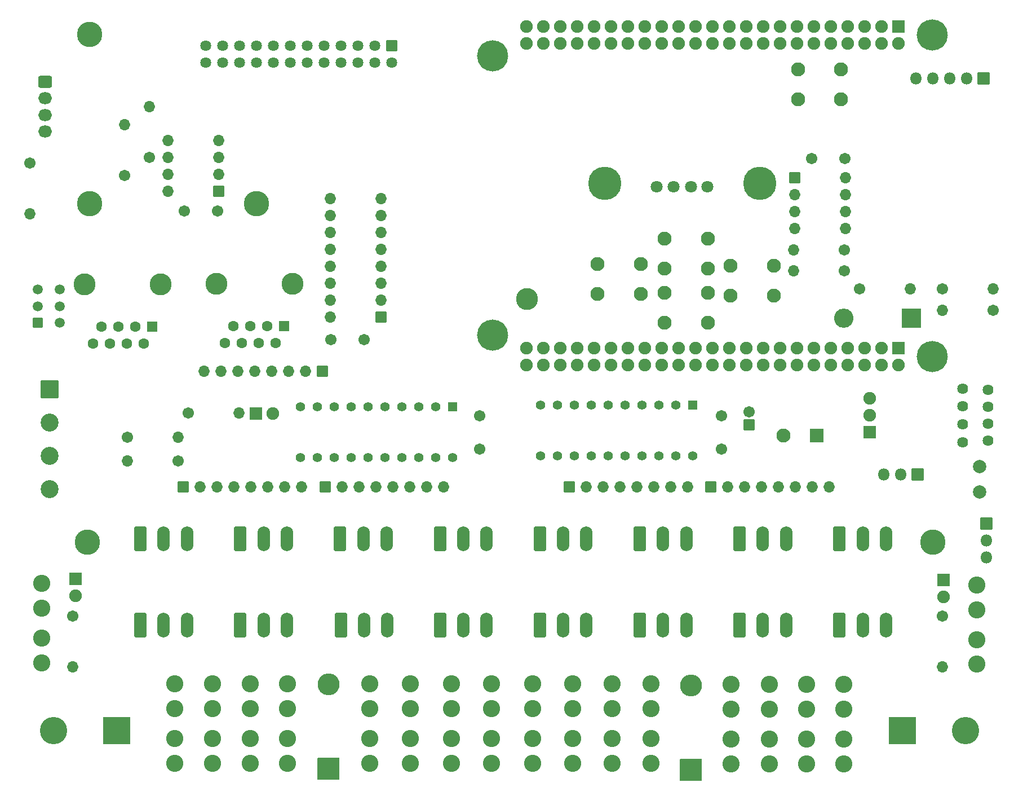
<source format=gbr>
%TF.GenerationSoftware,KiCad,Pcbnew,(6.0.7)*%
%TF.CreationDate,2022-08-24T09:28:26-04:00*%
%TF.ProjectId,BBB_16,4242425f-3136-42e6-9b69-6361645f7063,v2.2*%
%TF.SameCoordinates,Original*%
%TF.FileFunction,Soldermask,Bot*%
%TF.FilePolarity,Negative*%
%FSLAX46Y46*%
G04 Gerber Fmt 4.6, Leading zero omitted, Abs format (unit mm)*
G04 Created by KiCad (PCBNEW (6.0.7)) date 2022-08-24 09:28:26*
%MOMM*%
%LPD*%
G01*
G04 APERTURE LIST*
G04 Aperture macros list*
%AMRoundRect*
0 Rectangle with rounded corners*
0 $1 Rounding radius*
0 $2 $3 $4 $5 $6 $7 $8 $9 X,Y pos of 4 corners*
0 Add a 4 corners polygon primitive as box body*
4,1,4,$2,$3,$4,$5,$6,$7,$8,$9,$2,$3,0*
0 Add four circle primitives for the rounded corners*
1,1,$1+$1,$2,$3*
1,1,$1+$1,$4,$5*
1,1,$1+$1,$6,$7*
1,1,$1+$1,$8,$9*
0 Add four rect primitives between the rounded corners*
20,1,$1+$1,$2,$3,$4,$5,0*
20,1,$1+$1,$4,$5,$6,$7,0*
20,1,$1+$1,$6,$7,$8,$9,0*
20,1,$1+$1,$8,$9,$2,$3,0*%
G04 Aperture macros list end*
%ADD10C,1.702000*%
%ADD11C,2.577000*%
%ADD12RoundRect,0.301000X-0.650000X-1.550000X0.650000X-1.550000X0.650000X1.550000X-0.650000X1.550000X0*%
%ADD13O,1.902000X3.702000*%
%ADD14RoundRect,0.051000X1.600000X-1.600000X1.600000X1.600000X-1.600000X1.600000X-1.600000X-1.600000X0*%
%ADD15O,3.302000X3.302000*%
%ADD16RoundRect,0.051000X-0.800000X-0.800000X0.800000X-0.800000X0.800000X0.800000X-0.800000X0.800000X0*%
%ADD17O,1.702000X1.702000*%
%ADD18RoundRect,0.051000X-0.850000X0.850000X-0.850000X-0.850000X0.850000X-0.850000X0.850000X0.850000X0*%
%ADD19O,1.802000X1.802000*%
%ADD20C,3.802000*%
%ADD21C,5.000000*%
%ADD22C,1.802000*%
%ADD23RoundRect,0.051000X-0.900000X0.900000X-0.900000X-0.900000X0.900000X-0.900000X0.900000X0.900000X0*%
%ADD24C,1.902000*%
%ADD25RoundRect,0.051000X-0.900000X-0.900000X0.900000X-0.900000X0.900000X0.900000X-0.900000X0.900000X0*%
%ADD26RoundRect,0.051000X1.400000X1.400000X-1.400000X1.400000X-1.400000X-1.400000X1.400000X-1.400000X0*%
%ADD27O,2.902000X2.902000*%
%ADD28C,2.102000*%
%ADD29RoundRect,0.051000X-0.647700X0.647700X-0.647700X-0.647700X0.647700X-0.647700X0.647700X0.647700X0*%
%ADD30C,1.397400*%
%ADD31RoundRect,0.051000X0.800000X0.800000X-0.800000X0.800000X-0.800000X-0.800000X0.800000X-0.800000X0*%
%ADD32C,3.302000*%
%ADD33RoundRect,0.051000X0.750000X0.750000X-0.750000X0.750000X-0.750000X-0.750000X0.750000X-0.750000X0*%
%ADD34C,1.602000*%
%ADD35RoundRect,0.051000X2.000000X2.000000X-2.000000X2.000000X-2.000000X-2.000000X2.000000X-2.000000X0*%
%ADD36C,4.102000*%
%ADD37RoundRect,0.051000X-2.000000X-2.000000X2.000000X-2.000000X2.000000X2.000000X-2.000000X2.000000X0*%
%ADD38RoundRect,0.051000X0.765000X0.765000X-0.765000X0.765000X-0.765000X-0.765000X0.765000X-0.765000X0*%
%ADD39C,1.632000*%
%ADD40C,4.674000*%
%ADD41RoundRect,0.301000X-0.725000X0.600000X-0.725000X-0.600000X0.725000X-0.600000X0.725000X0.600000X0*%
%ADD42O,2.052000X1.802000*%
%ADD43C,2.006000*%
%ADD44RoundRect,0.051000X-0.850000X-0.850000X0.850000X-0.850000X0.850000X0.850000X-0.850000X0.850000X0*%
%ADD45RoundRect,0.051000X-1.300000X1.300000X-1.300000X-1.300000X1.300000X-1.300000X1.300000X1.300000X0*%
%ADD46C,2.702000*%
%ADD47RoundRect,0.051000X0.700000X-0.700000X0.700000X0.700000X-0.700000X0.700000X-0.700000X-0.700000X0*%
%ADD48C,1.502000*%
%ADD49RoundRect,0.051000X0.800000X-0.800000X0.800000X0.800000X-0.800000X0.800000X-0.800000X-0.800000X0*%
%ADD50RoundRect,0.051000X1.000000X1.000000X-1.000000X1.000000X-1.000000X-1.000000X1.000000X-1.000000X0*%
%ADD51C,1.626000*%
G04 APERTURE END LIST*
D10*
%TO.C,C4*%
X-61076200Y26479700D03*
X-61076200Y31479700D03*
%TD*%
D11*
%TO.C,F18*%
X-126834600Y-5635100D03*
X-126834600Y-1935100D03*
X-126834600Y2564900D03*
X-126834600Y6264900D03*
%TD*%
D12*
%TO.C,J2*%
X-112017200Y3500D03*
D13*
X-108517200Y3500D03*
X-105017200Y3500D03*
%TD*%
D12*
%TO.C,J5*%
X-82017200Y13003500D03*
D13*
X-78517200Y13003500D03*
X-75017200Y13003500D03*
%TD*%
D12*
%TO.C,J6*%
X-81902858Y3500D03*
D13*
X-78402858Y3500D03*
X-74902858Y3500D03*
%TD*%
D12*
%TO.C,J7*%
X-67017200Y13003500D03*
D13*
X-63517200Y13003500D03*
X-60017200Y13003500D03*
%TD*%
D12*
%TO.C,J8*%
X-67017200Y3500D03*
D13*
X-63517200Y3500D03*
X-60017200Y3500D03*
%TD*%
D12*
%TO.C,J9*%
X-52017200Y13003500D03*
D13*
X-48517200Y13003500D03*
X-45017200Y13003500D03*
%TD*%
D12*
%TO.C,J10*%
X-52017200Y3500D03*
D13*
X-48517200Y3500D03*
X-45017200Y3500D03*
%TD*%
D12*
%TO.C,J11*%
X-37017200Y13003500D03*
D13*
X-33517200Y13003500D03*
X-30017200Y13003500D03*
%TD*%
D12*
%TO.C,J12*%
X-37017200Y3500D03*
D13*
X-33517200Y3500D03*
X-30017200Y3500D03*
%TD*%
D12*
%TO.C,J13*%
X-22017200Y13003500D03*
D13*
X-18517200Y13003500D03*
X-15017200Y13003500D03*
%TD*%
D12*
%TO.C,J14*%
X-22017200Y3500D03*
D13*
X-18517200Y3500D03*
X-15017200Y3500D03*
%TD*%
D12*
%TO.C,J15*%
X-7017200Y13003500D03*
D13*
X-3517200Y13003500D03*
X-17200Y13003500D03*
%TD*%
D12*
%TO.C,J16*%
X-7017200Y3500D03*
D13*
X-3517200Y3500D03*
X-17200Y3500D03*
%TD*%
D11*
%TO.C,F1*%
X-106894600Y-20685100D03*
X-106894600Y-16985100D03*
X-106894600Y-12485100D03*
X-106894600Y-8785100D03*
%TD*%
%TO.C,F7*%
X-65324600Y-20695100D03*
X-65324600Y-16995100D03*
X-65324600Y-12495100D03*
X-65324600Y-8795100D03*
%TD*%
%TO.C,F14*%
X-17564100Y-20760100D03*
X-17564100Y-17060100D03*
X-17564100Y-12560100D03*
X-17564100Y-8860100D03*
%TD*%
D14*
%TO.C,D2*%
X-29269600Y-21701500D03*
D15*
X-29269600Y-9001500D03*
%TD*%
D10*
%TO.C,C3*%
X-24754200Y26479700D03*
X-24754200Y31479700D03*
%TD*%
D11*
%TO.C,F2*%
X-101149600Y-20700100D03*
X-101149600Y-17000100D03*
X-101149600Y-12500100D03*
X-101149600Y-8800100D03*
%TD*%
%TO.C,F6*%
X-71444600Y-20695100D03*
X-71444600Y-16995100D03*
X-71444600Y-12495100D03*
X-71444600Y-8795100D03*
%TD*%
%TO.C,F8*%
X-59324100Y-20695100D03*
X-59324100Y-16995100D03*
X-59324100Y-12495100D03*
X-59324100Y-8795100D03*
%TD*%
%TO.C,F9*%
X-53114600Y-20695100D03*
X-53114600Y-16995100D03*
X-53114600Y-12495100D03*
X-53114600Y-8795100D03*
%TD*%
%TO.C,F10*%
X-47054600Y-20695100D03*
X-47054600Y-16995100D03*
X-47054600Y-12495100D03*
X-47054600Y-8795100D03*
%TD*%
%TO.C,F16*%
X-6388100Y-20760100D03*
X-6388100Y-17060100D03*
X-6388100Y-12560100D03*
X-6388100Y-8860100D03*
%TD*%
%TO.C,F5*%
X-77604600Y-20695100D03*
X-77604600Y-16995100D03*
X-77604600Y-12495100D03*
X-77604600Y-8795100D03*
%TD*%
%TO.C,F3*%
X-95549600Y-20700100D03*
X-95549600Y-17000100D03*
X-95549600Y-12500100D03*
X-95549600Y-8800100D03*
%TD*%
%TO.C,F13*%
X-23269600Y-20760100D03*
X-23269600Y-17060100D03*
X-23269600Y-12560100D03*
X-23269600Y-8860100D03*
%TD*%
D16*
%TO.C,RN1*%
X-105555700Y20789900D03*
D17*
X-103015700Y20789900D03*
X-100475700Y20789900D03*
X-97935700Y20789900D03*
X-95395700Y20789900D03*
X-92855700Y20789900D03*
X-90315700Y20789900D03*
X-87775700Y20789900D03*
%TD*%
D11*
%TO.C,F11*%
X-41174600Y-20695100D03*
X-41174600Y-16995100D03*
X-41174600Y-12495100D03*
X-41174600Y-8795100D03*
%TD*%
D16*
%TO.C,RN3*%
X-47631000Y20789900D03*
D17*
X-45091000Y20789900D03*
X-42551000Y20789900D03*
X-40011000Y20789900D03*
X-37471000Y20789900D03*
X-34931000Y20789900D03*
X-32391000Y20789900D03*
X-29851000Y20789900D03*
%TD*%
D16*
%TO.C,RN4*%
X-26304600Y20789900D03*
D17*
X-23764600Y20789900D03*
X-21224600Y20789900D03*
X-18684600Y20789900D03*
X-16144600Y20789900D03*
X-13604600Y20789900D03*
X-11064600Y20789900D03*
X-8524600Y20789900D03*
%TD*%
D16*
%TO.C,RN2*%
X-84264500Y20789900D03*
D17*
X-81724500Y20789900D03*
X-79184500Y20789900D03*
X-76644500Y20789900D03*
X-74104500Y20789900D03*
X-71564500Y20789900D03*
X-69024500Y20789900D03*
X-66484500Y20789900D03*
%TD*%
D11*
%TO.C,F4*%
X-89949600Y-20700100D03*
X-89949600Y-17000100D03*
X-89949600Y-12500100D03*
X-89949600Y-8800100D03*
%TD*%
D12*
%TO.C,J1*%
X-112017200Y13003500D03*
D13*
X-108517200Y13003500D03*
X-105017200Y13003500D03*
%TD*%
D12*
%TO.C,J3*%
X-97017200Y13003500D03*
D13*
X-93517200Y13003500D03*
X-90017200Y13003500D03*
%TD*%
D12*
%TO.C,J4*%
X-97017200Y3500D03*
D13*
X-93517200Y3500D03*
X-90017200Y3500D03*
%TD*%
D14*
%TO.C,D1*%
X-83784600Y-21565100D03*
D15*
X-83784600Y-8865100D03*
%TD*%
D10*
%TO.C,R1*%
X-114400200Y67503700D03*
D17*
X-114400200Y75123700D03*
%TD*%
D10*
%TO.C,R2*%
X-110700200Y70203700D03*
D17*
X-110700200Y77823700D03*
%TD*%
D18*
%TO.C,J25*%
X14649800Y82103700D03*
D19*
X12109800Y82103700D03*
X9569800Y82103700D03*
X7029800Y82103700D03*
X4489800Y82103700D03*
%TD*%
D11*
%TO.C,F15*%
X-11976100Y-20760100D03*
X-11976100Y-17060100D03*
X-11976100Y-12560100D03*
X-11976100Y-8860100D03*
%TD*%
%TO.C,F12*%
X-35356100Y-20695100D03*
X-35356100Y-16995100D03*
X-35356100Y-12495100D03*
X-35356100Y-8795100D03*
%TD*%
D20*
%TO.C,REF\u002A\u002A*%
X-119689600Y63284900D03*
%TD*%
%TO.C,REF\u002A\u002A*%
X-94589600Y63284900D03*
%TD*%
D21*
%TO.C,J26*%
X-19000200Y66303700D03*
X-42300200Y66303700D03*
D22*
X-34450200Y65803700D03*
X-31950200Y65803700D03*
X-29350200Y65803700D03*
X-26850200Y65803700D03*
%TD*%
D23*
%TO.C,D5*%
X-121747000Y6999500D03*
D24*
X-121747000Y4459500D03*
%TD*%
D23*
%TO.C,D6*%
X8605000Y6772500D03*
D24*
X8605000Y4232500D03*
%TD*%
D20*
%TO.C,REF\u002A\u002A*%
X-119989600Y12484900D03*
%TD*%
D10*
%TO.C,R4*%
X-122178800Y1411500D03*
D17*
X-122178800Y-6208500D03*
%TD*%
D10*
%TO.C,R5*%
X8427200Y1387700D03*
D17*
X8427200Y-6232300D03*
%TD*%
D25*
%TO.C,D4*%
X-94700300Y31807600D03*
D24*
X-92160300Y31807600D03*
%TD*%
D11*
%TO.C,F17*%
X13649800Y-5846300D03*
X13649800Y-2146300D03*
X13649800Y2353700D03*
X13649800Y6053700D03*
%TD*%
D10*
%TO.C,R7*%
X-6273460Y53243000D03*
D17*
X-13893460Y53243000D03*
%TD*%
D10*
%TO.C,C5*%
X-100450200Y62153700D03*
X-105450200Y62153700D03*
%TD*%
D26*
%TO.C,D3*%
X3829800Y46103700D03*
D27*
X-6330200Y46103700D03*
%TD*%
D28*
%TO.C,SW5*%
X-6750200Y83403700D03*
X-13250200Y83403700D03*
X-6750200Y78903700D03*
X-13250200Y78903700D03*
%TD*%
D29*
%TO.C,U4*%
X-29072200Y33083700D03*
D30*
X-31612200Y33083700D03*
X-34152200Y33083700D03*
X-36692200Y33083700D03*
X-39232200Y33083700D03*
X-41772200Y33083700D03*
X-44312200Y33083700D03*
X-46852200Y33083700D03*
X-49392200Y33083700D03*
X-51932200Y33083700D03*
X-51932200Y25463700D03*
X-49392200Y25463700D03*
X-46852200Y25463700D03*
X-44312200Y25463700D03*
X-41772200Y25463700D03*
X-39232200Y25463700D03*
X-36692200Y25463700D03*
X-34152200Y25463700D03*
X-31612200Y25463700D03*
X-29072200Y25463700D03*
%TD*%
D10*
%TO.C,C6*%
X-6191920Y70034500D03*
X-11191920Y70034500D03*
%TD*%
%TO.C,R6*%
X-6273460Y56343000D03*
D17*
X-13893460Y56343000D03*
%TD*%
D16*
%TO.C,U6*%
X-13773460Y67143000D03*
D17*
X-13773460Y64603000D03*
X-13773460Y62063000D03*
X-13773460Y59523000D03*
X-6153460Y59523000D03*
X-6153460Y62063000D03*
X-6153460Y64603000D03*
X-6153460Y67143000D03*
%TD*%
D29*
%TO.C,U3*%
X-65140200Y32829700D03*
D30*
X-67680200Y32829700D03*
X-70220200Y32829700D03*
X-72760200Y32829700D03*
X-75300200Y32829700D03*
X-77840200Y32829700D03*
X-80380200Y32829700D03*
X-82920200Y32829700D03*
X-85460200Y32829700D03*
X-88000200Y32829700D03*
X-88000200Y25209700D03*
X-85460200Y25209700D03*
X-82920200Y25209700D03*
X-80380200Y25209700D03*
X-77840200Y25209700D03*
X-75300200Y25209700D03*
X-72760200Y25209700D03*
X-70220200Y25209700D03*
X-67680200Y25209700D03*
X-65140200Y25209700D03*
%TD*%
D31*
%TO.C,U5*%
X-100300200Y65153700D03*
D17*
X-100300200Y67693700D03*
X-100300200Y70233700D03*
X-100300200Y72773700D03*
X-107920200Y72773700D03*
X-107920200Y70233700D03*
X-107920200Y67693700D03*
X-107920200Y65153700D03*
%TD*%
D28*
%TO.C,SW3*%
X-33250200Y49903700D03*
X-26750200Y49903700D03*
X-26750200Y45403700D03*
X-33250200Y45403700D03*
%TD*%
D32*
%TO.C,J20*%
X-108980200Y51153700D03*
X-120410200Y51153700D03*
D33*
X-110250200Y44803700D03*
D34*
X-111520200Y42263700D03*
X-112790200Y44803700D03*
X-114060200Y42263700D03*
X-115330200Y44803700D03*
X-116600200Y42263700D03*
X-117870200Y44803700D03*
X-119140200Y42263700D03*
%TD*%
D10*
%TO.C,C7*%
X-83450200Y42903700D03*
X-78450200Y42903700D03*
%TD*%
D35*
%TO.C,J17*%
X-115550200Y-15796300D03*
D36*
X-125050200Y-15796300D03*
%TD*%
D37*
%TO.C,J18*%
X2449800Y-15796300D03*
D36*
X11949800Y-15796300D03*
%TD*%
D32*
%TO.C,J21*%
X-89180200Y51253700D03*
X-100610200Y51253700D03*
D33*
X-90450200Y44903700D03*
D34*
X-91720200Y42363700D03*
X-92990200Y44903700D03*
X-94260200Y42363700D03*
X-95530200Y44903700D03*
X-96800200Y42363700D03*
X-98070200Y44903700D03*
X-99340200Y42363700D03*
%TD*%
D31*
%TO.C,RN5*%
X-84650200Y38103700D03*
D17*
X-87190200Y38103700D03*
X-89730200Y38103700D03*
X-92270200Y38103700D03*
X-94810200Y38103700D03*
X-97350200Y38103700D03*
X-99890200Y38103700D03*
X-102430200Y38103700D03*
%TD*%
D31*
%TO.C,U7*%
X-75850200Y46303700D03*
D17*
X-75850200Y48843700D03*
X-75850200Y51383700D03*
X-75850200Y53923700D03*
X-75850200Y56463700D03*
X-75850200Y59003700D03*
X-75850200Y61543700D03*
X-75850200Y64083700D03*
X-83470200Y64083700D03*
X-83470200Y61543700D03*
X-83470200Y59003700D03*
X-83470200Y56463700D03*
X-83470200Y53923700D03*
X-83470200Y51383700D03*
X-83470200Y48843700D03*
X-83470200Y46303700D03*
%TD*%
D38*
%TO.C,J24*%
X-74280200Y86973700D03*
D39*
X-74280200Y84433700D03*
X-76820200Y86973700D03*
X-76820200Y84433700D03*
X-79360200Y86973700D03*
X-79360200Y84433700D03*
X-81900200Y86973700D03*
X-81900200Y84433700D03*
X-84440200Y86973700D03*
X-84440200Y84433700D03*
X-86980200Y86973700D03*
X-86980200Y84433700D03*
X-89520200Y86973700D03*
X-89520200Y84433700D03*
X-92060200Y86973700D03*
X-92060200Y84433700D03*
X-94600200Y86973700D03*
X-94600200Y84433700D03*
X-97140200Y86973700D03*
X-97140200Y84433700D03*
X-99680200Y86973700D03*
X-99680200Y84433700D03*
X-102220200Y86973700D03*
X-102220200Y84433700D03*
%TD*%
D25*
%TO.C,U1*%
X1844800Y41643700D03*
D24*
X1844800Y39103700D03*
X-695200Y41643700D03*
X-695200Y39103700D03*
X-3235200Y41643700D03*
X-3235200Y39103700D03*
X-5775200Y41643700D03*
X-5775200Y39103700D03*
X-8315200Y41643700D03*
X-8315200Y39103700D03*
X-10855200Y41643700D03*
X-10855200Y39103700D03*
X-13395200Y41643700D03*
X-13395200Y39103700D03*
X-15935200Y41643700D03*
X-15935200Y39103700D03*
X-18475200Y41643700D03*
X-18475200Y39103700D03*
X-21015200Y41643700D03*
X-21015200Y39103700D03*
X-23555200Y41643700D03*
X-23555200Y39103700D03*
X-26095200Y41643700D03*
X-26095200Y39103700D03*
X-28635200Y41643700D03*
X-28635200Y39103700D03*
X-31175200Y41643700D03*
X-31175200Y39103700D03*
X-33715200Y41643700D03*
X-33715200Y39103700D03*
X-36255200Y41643700D03*
X-36255200Y39103700D03*
X-38795200Y41643700D03*
X-38795200Y39103700D03*
X-41335200Y41643700D03*
X-41335200Y39103700D03*
X-43875200Y41643700D03*
X-43875200Y39103700D03*
X-46415200Y41643700D03*
X-46415200Y39103700D03*
X-48955200Y41643700D03*
X-48955200Y39103700D03*
X-51495200Y41643700D03*
X-51495200Y39103700D03*
X-54035200Y41643700D03*
X-54035200Y39103700D03*
D25*
X1844800Y89903700D03*
D24*
X1844800Y87363700D03*
X-695200Y89903700D03*
X-695200Y87363700D03*
X-3235200Y89903700D03*
X-3235200Y87363700D03*
X-5775200Y89903700D03*
X-5775200Y87363700D03*
X-8315200Y89903700D03*
X-8315200Y87363700D03*
X-10855200Y89903700D03*
X-10855200Y87363700D03*
X-13395200Y89903700D03*
X-13395200Y87363700D03*
X-15935200Y89903700D03*
X-15935200Y87363700D03*
X-18475200Y89903700D03*
X-18475200Y87363700D03*
X-21015200Y89903700D03*
X-21015200Y87363700D03*
X-23555200Y89903700D03*
X-23555200Y87363700D03*
X-26095200Y89903700D03*
X-26095200Y87363700D03*
X-28635200Y89903700D03*
X-28635200Y87363700D03*
X-31175200Y89903700D03*
X-31175200Y87363700D03*
X-33715200Y89903700D03*
X-33715200Y87363700D03*
X-36255200Y89903700D03*
X-36255200Y87363700D03*
X-38795200Y89903700D03*
X-38795200Y87363700D03*
X-41335200Y89903700D03*
X-41335200Y87363700D03*
X-43875200Y89903700D03*
X-43875200Y87363700D03*
X-46415200Y89903700D03*
X-46415200Y87363700D03*
X-48955200Y89903700D03*
X-48955200Y87363700D03*
X-51495200Y89903700D03*
X-51495200Y87363700D03*
X-54035200Y89903700D03*
X-54035200Y87363700D03*
D40*
X-59115200Y85458700D03*
X6924800Y88633700D03*
X6924800Y40373700D03*
X-59115200Y43548700D03*
%TD*%
D28*
%TO.C,SW2*%
X-26750200Y58003700D03*
X-33250200Y58003700D03*
X-33250200Y53503700D03*
X-26750200Y53503700D03*
%TD*%
%TO.C,SW1*%
X-36850200Y54203700D03*
X-43350200Y54203700D03*
X-36850200Y49703700D03*
X-43350200Y49703700D03*
%TD*%
%TO.C,SW4*%
X-23350200Y54003700D03*
X-16850200Y54003700D03*
X-23350200Y49503700D03*
X-16850200Y49503700D03*
%TD*%
D20*
%TO.C,REF\u002A\u002A*%
X7010400Y12484900D03*
%TD*%
D18*
%TO.C,J23*%
X4749800Y22603700D03*
D19*
X2209800Y22603700D03*
X-330200Y22603700D03*
%TD*%
D41*
%TO.C,J19*%
X-126350200Y81603700D03*
D42*
X-126350200Y79103700D03*
X-126350200Y76603700D03*
X-126350200Y74103700D03*
%TD*%
D43*
%TO.C,J27*%
X14000259Y19998140D03*
X14000259Y23808140D03*
%TD*%
D44*
%TO.C,J28*%
X15049800Y15303700D03*
D19*
X15049800Y12763700D03*
X15049800Y10223700D03*
%TD*%
D32*
%TO.C,S2*%
X-53950200Y49003700D03*
%TD*%
D45*
%TO.C,J22*%
X-125650200Y35403700D03*
D46*
X-125650200Y30403700D03*
X-125650200Y25403700D03*
X-125650200Y20403700D03*
%TD*%
D10*
%TO.C,R9*%
X-106350200Y24703700D03*
D17*
X-113970200Y24703700D03*
%TD*%
D10*
%TO.C,R10*%
X-113950200Y28203700D03*
D17*
X-106330200Y28203700D03*
%TD*%
D47*
%TO.C,SW6*%
X-127450200Y45403700D03*
D48*
X-127450200Y47903700D03*
X-127450200Y50403700D03*
X-124150200Y45403700D03*
X-124150200Y47903700D03*
X-124150200Y50403700D03*
%TD*%
D10*
%TO.C,R3*%
X-104850200Y31903700D03*
D17*
X-97230200Y31903700D03*
%TD*%
D49*
%TO.C,C2*%
X-20600200Y30053700D03*
D10*
X-20600200Y32053700D03*
%TD*%
D50*
%TO.C,C1*%
X-10450200Y28503700D03*
D28*
X-15450200Y28503700D03*
%TD*%
D10*
%TO.C,R8*%
X-128600200Y69353700D03*
D17*
X-128600200Y61733700D03*
%TD*%
D10*
%TO.C,R11*%
X-3960200Y50503700D03*
D17*
X3659800Y50503700D03*
%TD*%
D10*
%TO.C,R12*%
X16049800Y47303700D03*
D17*
X8429800Y47303700D03*
%TD*%
D10*
%TO.C,R13*%
X8449800Y50503700D03*
D17*
X16069800Y50503700D03*
%TD*%
D20*
%TO.C,REF\u002A\u002A*%
X-119689600Y88684900D03*
%TD*%
D23*
%TO.C,U2*%
X-2449700Y28963700D03*
D24*
X-2449700Y31503700D03*
X-2449700Y34043700D03*
D51*
X15330300Y35313700D03*
X15330300Y32773700D03*
X15330300Y30233700D03*
X15330300Y27693700D03*
X11520300Y35545640D03*
X11520300Y32850700D03*
X11520300Y30156700D03*
X11520300Y27461760D03*
%TD*%
M02*

</source>
